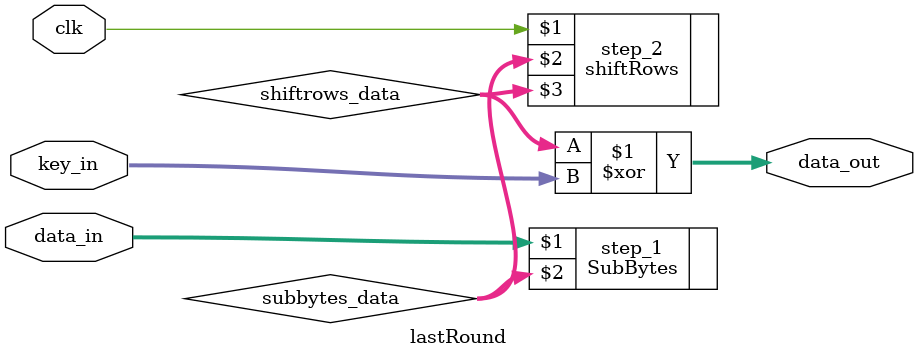
<source format=v>
`timescale 1ns / 1ps

module lastRound(
    clk,
    data_in,
    key_in,
    data_out
    );
    
    // Declare inputs and outputs
    // Inputs: clock, input data, round key
    // Outputs: Round output data
    input clk;
    input [127:0] data_in;
    input [127:0] key_in;
    output [127:0] data_out;
    
    // Additional variables - used to store outputs from each step of the round
    wire [127:0] subbytes_data;
    wire [127:0] shiftrows_data;
    wire [255:0] tempout;
    
    // Logic for the final round - misses mix columns
    SubBytes step_1(data_in, subbytes_data);
    shiftRows step_2(clk, subbytes_data, shiftrows_data);
    assign data_out = shiftrows_data^key_in;
    
endmodule

</source>
